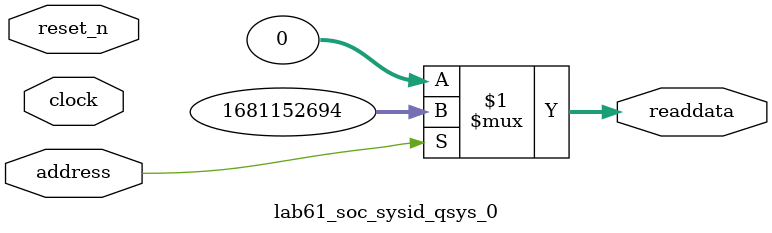
<source format=v>



// synthesis translate_off
`timescale 1ns / 1ps
// synthesis translate_on

// turn off superfluous verilog processor warnings 
// altera message_level Level1 
// altera message_off 10034 10035 10036 10037 10230 10240 10030 

module lab61_soc_sysid_qsys_0 (
               // inputs:
                address,
                clock,
                reset_n,

               // outputs:
                readdata
             )
;

  output  [ 31: 0] readdata;
  input            address;
  input            clock;
  input            reset_n;

  wire    [ 31: 0] readdata;
  //control_slave, which is an e_avalon_slave
  assign readdata = address ? 1681152694 : 0;

endmodule



</source>
